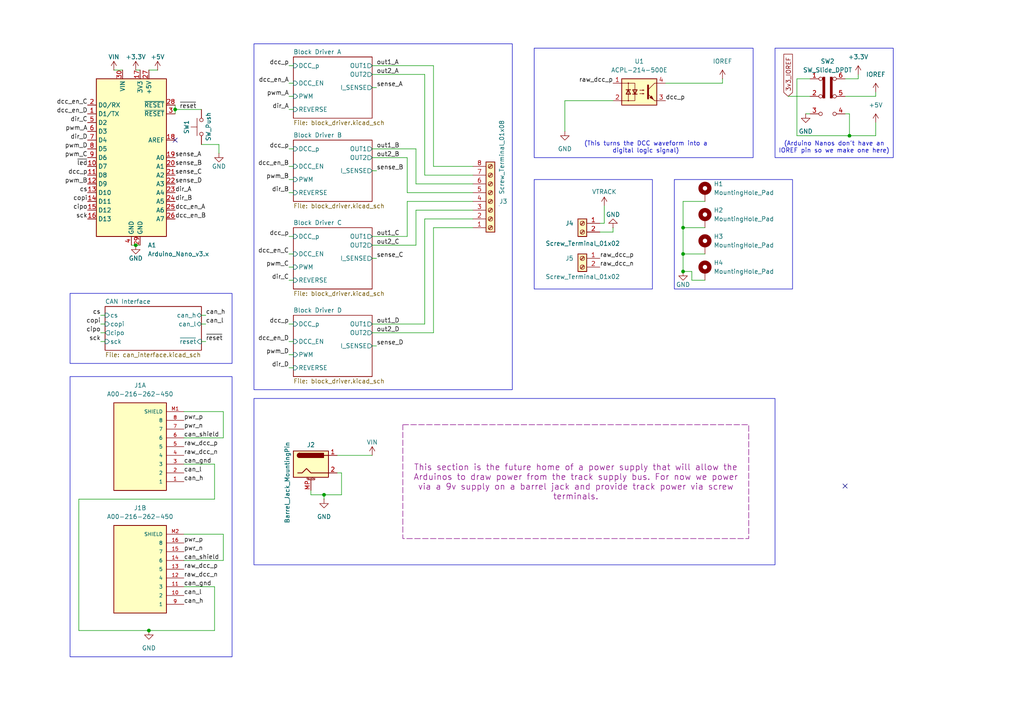
<source format=kicad_sch>
(kicad_sch (version 20231120) (generator "eeschema") (generator_version "8.0")
  (paper "A4")
  (lib_symbols
    (symbol "A00-216-262-450:A00-216-262-450" (pin_names (offset 1.016))
      (property "Reference" "J" (at -7.3764 13.481 0))
      (property "Value" "A00-216-262-450" (at -7.1139 -14.7359 0))
      (symbol "A00-216-262-450_1_0"
        (rectangle (start -7.62 -12.7) (end 7.62 12.7) (stroke (width 0.254)) (fill (type background)))
        (pin passive line (at -12.7 10.16 0) (length 5.08) (name "1") (number "1"))
        (pin passive line (at -12.7 7.62 0) (length 5.08) (name "2") (number "2"))
        (pin passive line (at -12.7 5.08 0) (length 5.08) (name "3") (number "3"))
        (pin passive line (at -12.7 2.54 0) (length 5.08) (name "4") (number "4"))
        (pin passive line (at -12.7 0 0) (length 5.08) (name "5") (number "5"))
        (pin passive line (at -12.7 -2.54 0) (length 5.08) (name "6") (number "6"))
        (pin passive line (at -12.7 -5.08 0) (length 5.08) (name "7") (number "7"))
        (pin passive line (at -12.7 -7.62 0) (length 5.08) (name "8") (number "8"))
        (pin passive line (at -12.7 -10.16 0) (length 5.08) (name "SHIELD") (number "M1"))
      )
      (symbol "A00-216-262-450_2_0"
        (rectangle (start -7.62 -12.7) (end 7.62 12.7) (stroke (width 0.254)) (fill (type background)))
        (pin passive line (at -12.7 7.62 0) (length 5.08) (name "2") (number "10"))
        (pin passive line (at -12.7 5.08 0) (length 5.08) (name "3") (number "11"))
        (pin passive line (at -12.7 2.54 0) (length 5.08) (name "4") (number "12"))
        (pin passive line (at -12.7 0 0) (length 5.08) (name "5") (number "13"))
        (pin passive line (at -12.7 -2.54 0) (length 5.08) (name "6") (number "14"))
        (pin passive line (at -12.7 -5.08 0) (length 5.08) (name "7") (number "15"))
        (pin passive line (at -12.7 -7.62 0) (length 5.08) (name "8") (number "16"))
        (pin passive line (at -12.7 10.16 0) (length 5.08) (name "1") (number "9"))
        (pin passive line (at -12.7 -10.16 0) (length 5.08) (name "SHIELD") (number "M2"))
      )
    )
    (symbol "Connector:Barrel_Jack_MountingPin" (pin_names hide)
      (property "Reference" "J" (at 0 5.334 0))
      (property "Value" "Barrel_Jack_MountingPin" (at 1.27 -6.35 0))
      (symbol "Barrel_Jack_MountingPin_0_1"
        (rectangle (start -5.08 3.81) (end 5.08 -3.81) (stroke (width 0.254)) (fill (type background)))
        (arc (start -3.302 3.175) (mid -3.9343 2.54) (end -3.302 1.905) (stroke (width 0.254)))
        (arc (start -3.302 3.175) (mid -3.9343 2.54) (end -3.302 1.905) (stroke (width 0.254)) (fill (type outline)))
        (polyline (pts (xy 5.08 2.54) (xy 3.81 2.54)) (stroke (width 0.254)))
        (polyline (pts (xy -3.81 -2.54) (xy -2.54 -2.54) (xy -1.27 -1.27) (xy 0 -2.54) (xy 2.54 -2.54) (xy 5.08 -2.54)) (stroke (width 0.254)))
        (rectangle (start 3.683 3.175) (end -3.302 1.905) (stroke (width 0.254)) (fill (type outline)))
      )
      (symbol "Barrel_Jack_MountingPin_1_1"
        (polyline (pts (xy -1.016 -4.572) (xy 1.016 -4.572)) (stroke (width 0.1524)))
        (text "Mounting" (at 0 -4.191 0) (effects (font (size 0.381 0.381))))
        (pin passive line (at 7.62 2.54 180) (length 2.54) (name "~") (number "1"))
        (pin passive line (at 7.62 -2.54 180) (length 2.54) (name "~") (number "2"))
        (pin passive line (at 0 -7.62 90) (length 3.048) (name "MountPin") (number "MP"))
      )
    )
    (symbol "Connector:Screw_Terminal_01x02" (pin_names (offset 1.016) hide)
      (property "Reference" "J" (at 0 2.54 0))
      (property "Value" "Screw_Terminal_01x02" (at 0 -5.08 0))
      (symbol "Screw_Terminal_01x02_1_1"
        (rectangle (start -1.27 1.27) (end 1.27 -3.81) (stroke (width 0.254)) (fill (type background)))
        (circle (center 0 -2.54) (radius 0.635) (stroke (width 0.1524)))
        (polyline (pts (xy -0.5334 -2.2098) (xy 0.3302 -3.048)) (stroke (width 0.1524)))
        (polyline (pts (xy -0.5334 0.3302) (xy 0.3302 -0.508)) (stroke (width 0.1524)))
        (polyline (pts (xy -0.3556 -2.032) (xy 0.508 -2.8702)) (stroke (width 0.1524)))
        (polyline (pts (xy -0.3556 0.508) (xy 0.508 -0.3302)) (stroke (width 0.1524)))
        (circle (center 0 0) (radius 0.635) (stroke (width 0.1524)))
        (pin passive line (at -5.08 0 0) (length 3.81) (name "Pin_1") (number "1"))
        (pin passive line (at -5.08 -2.54 0) (length 3.81) (name "Pin_2") (number "2"))
      )
    )
    (symbol "Connector:Screw_Terminal_01x08" (pin_names (offset 1.016) hide)
      (property "Reference" "J" (at 0 10.16 0))
      (property "Value" "Screw_Terminal_01x08" (at 0 -12.7 0))
      (symbol "Screw_Terminal_01x08_1_1"
        (rectangle (start -1.27 8.89) (end 1.27 -11.43) (stroke (width 0.254)) (fill (type background)))
        (circle (center 0 -10.16) (radius 0.635) (stroke (width 0.1524)))
        (circle (center 0 -7.62) (radius 0.635) (stroke (width 0.1524)))
        (circle (center 0 -5.08) (radius 0.635) (stroke (width 0.1524)))
        (circle (center 0 -2.54) (radius 0.635) (stroke (width 0.1524)))
        (polyline (pts (xy -0.5334 -9.8298) (xy 0.3302 -10.668)) (stroke (width 0.1524)))
        (polyline (pts (xy -0.5334 -7.2898) (xy 0.3302 -8.128)) (stroke (width 0.1524)))
        (polyline (pts (xy -0.5334 -4.7498) (xy 0.3302 -5.588)) (stroke (width 0.1524)))
        (polyline (pts (xy -0.5334 -2.2098) (xy 0.3302 -3.048)) (stroke (width 0.1524)))
        (polyline (pts (xy -0.5334 0.3302) (xy 0.3302 -0.508)) (stroke (width 0.1524)))
        (polyline (pts (xy -0.5334 2.8702) (xy 0.3302 2.032)) (stroke (width 0.1524)))
        (polyline (pts (xy -0.5334 5.4102) (xy 0.3302 4.572)) (stroke (width 0.1524)))
        (polyline (pts (xy -0.5334 7.9502) (xy 0.3302 7.112)) (stroke (width 0.1524)))
        (polyline (pts (xy -0.3556 -9.652) (xy 0.508 -10.4902)) (stroke (width 0.1524)))
        (polyline (pts (xy -0.3556 -7.112) (xy 0.508 -7.9502)) (stroke (width 0.1524)))
        (polyline (pts (xy -0.3556 -4.572) (xy 0.508 -5.4102)) (stroke (width 0.1524)))
        (polyline (pts (xy -0.3556 -2.032) (xy 0.508 -2.8702)) (stroke (width 0.1524)))
        (polyline (pts (xy -0.3556 0.508) (xy 0.508 -0.3302)) (stroke (width 0.1524)))
        (polyline (pts (xy -0.3556 3.048) (xy 0.508 2.2098)) (stroke (width 0.1524)))
        (polyline (pts (xy -0.3556 5.588) (xy 0.508 4.7498)) (stroke (width 0.1524)))
        (polyline (pts (xy -0.3556 8.128) (xy 0.508 7.2898)) (stroke (width 0.1524)))
        (circle (center 0 0) (radius 0.635) (stroke (width 0.1524)))
        (circle (center 0 2.54) (radius 0.635) (stroke (width 0.1524)))
        (circle (center 0 5.08) (radius 0.635) (stroke (width 0.1524)))
        (circle (center 0 7.62) (radius 0.635) (stroke (width 0.1524)))
        (pin passive line (at -5.08 7.62 0) (length 3.81) (name "Pin_1") (number "1"))
        (pin passive line (at -5.08 5.08 0) (length 3.81) (name "Pin_2") (number "2"))
        (pin passive line (at -5.08 2.54 0) (length 3.81) (name "Pin_3") (number "3"))
        (pin passive line (at -5.08 0 0) (length 3.81) (name "Pin_4") (number "4"))
        (pin passive line (at -5.08 -2.54 0) (length 3.81) (name "Pin_5") (number "5"))
        (pin passive line (at -5.08 -5.08 0) (length 3.81) (name "Pin_6") (number "6"))
        (pin passive line (at -5.08 -7.62 0) (length 3.81) (name "Pin_7") (number "7"))
        (pin passive line (at -5.08 -10.16 0) (length 3.81) (name "Pin_8") (number "8"))
      )
    )
    (symbol "Isolator:ACPL-214-500E" (pin_names (offset 1.016))
      (property "Reference" "U" (at -5.08 5.08 0))
      (property "Value" "ACPL-214-500E" (at 0 5.08 0))
      (symbol "ACPL-214-500E_0_1"
        (rectangle (start -5.08 3.81) (end 5.08 -3.81) (stroke (width 0.254)) (fill (type background)))
        (circle (center -3.175 -2.54) (radius 0.127))
        (circle (center -3.175 2.54) (radius 0.127))
        (polyline (pts (xy -3.81 0.635) (xy -2.54 0.635)) (stroke (width 0.254)))
        (polyline (pts (xy -3.175 -0.635) (xy -3.175 -2.54)))
        (polyline (pts (xy -3.175 -0.635) (xy -3.175 2.54)))
        (polyline (pts (xy -1.905 -0.635) (xy -0.635 -0.635)) (stroke (width 0.254)))
        (polyline (pts (xy 2.54 0.635) (xy 4.445 2.54)))
        (polyline (pts (xy 4.445 -2.54) (xy 2.54 -0.635)) (fill (type outline)))
        (polyline (pts (xy 4.445 -2.54) (xy 5.08 -2.54)))
        (polyline (pts (xy 4.445 2.54) (xy 5.08 2.54)))
        (polyline (pts (xy -5.08 2.54) (xy -1.27 2.54) (xy -1.27 -0.635)))
        (polyline (pts (xy -1.27 -0.635) (xy -1.27 -2.54) (xy -5.08 -2.54)))
        (polyline (pts (xy 2.54 1.905) (xy 2.54 -1.905) (xy 2.54 -1.905)) (stroke (width 0.508)))
        (polyline (pts (xy -3.175 0.635) (xy -3.81 -0.635) (xy -2.54 -0.635) (xy -3.175 0.635)) (stroke (width 0.254)))
        (polyline (pts (xy -1.27 -0.635) (xy -1.905 0.635) (xy -0.635 0.635) (xy -1.27 -0.635)) (stroke (width 0.254)))
        (polyline (pts (xy 0.127 -0.508) (xy 1.397 -0.508) (xy 1.016 -0.635) (xy 1.016 -0.381) (xy 1.397 -0.508)))
        (polyline (pts (xy 0.127 0.508) (xy 1.397 0.508) (xy 1.016 0.381) (xy 1.016 0.635) (xy 1.397 0.508)))
        (polyline (pts (xy 3.048 -1.651) (xy 3.556 -1.143) (xy 4.064 -2.159) (xy 3.048 -1.651) (xy 3.048 -1.651)) (fill (type outline)))
      )
      (symbol "ACPL-214-500E_1_1"
        (pin passive line (at -7.62 2.54 0) (length 2.54) (name "~") (number "1"))
        (pin passive line (at -7.62 -2.54 0) (length 2.54) (name "~") (number "2"))
        (pin passive line (at 7.62 -2.54 180) (length 2.54) (name "~") (number "3"))
        (pin passive line (at 7.62 2.54 180) (length 2.54) (name "~") (number "4"))
      )
    )
    (symbol "MCU_Module:Arduino_Nano_v3.x"
      (property "Reference" "A" (at -10.16 23.495 0))
      (property "Value" "Arduino_Nano_v3.x" (at 5.08 -24.13 0))
      (symbol "Arduino_Nano_v3.x_0_1"
        (rectangle (start -10.16 22.86) (end 10.16 -22.86) (stroke (width 0.254)) (fill (type background)))
      )
      (symbol "Arduino_Nano_v3.x_1_1"
        (pin bidirectional line (at -12.7 12.7 0) (length 2.54) (name "D1/TX") (number "1"))
        (pin bidirectional line (at -12.7 -2.54 0) (length 2.54) (name "D7") (number "10"))
        (pin bidirectional line (at -12.7 -5.08 0) (length 2.54) (name "D8") (number "11"))
        (pin bidirectional line (at -12.7 -7.62 0) (length 2.54) (name "D9") (number "12"))
        (pin bidirectional line (at -12.7 -10.16 0) (length 2.54) (name "D10") (number "13"))
        (pin bidirectional line (at -12.7 -12.7 0) (length 2.54) (name "D11") (number "14"))
        (pin bidirectional line (at -12.7 -15.24 0) (length 2.54) (name "D12") (number "15"))
        (pin bidirectional line (at -12.7 -17.78 0) (length 2.54) (name "D13") (number "16"))
        (pin power_out line (at 2.54 25.4 270) (length 2.54) (name "3V3") (number "17"))
        (pin input line (at 12.7 5.08 180) (length 2.54) (name "AREF") (number "18"))
        (pin bidirectional line (at 12.7 0 180) (length 2.54) (name "A0") (number "19"))
        (pin bidirectional line (at -12.7 15.24 0) (length 2.54) (name "D0/RX") (number "2"))
        (pin bidirectional line (at 12.7 -2.54 180) (length 2.54) (name "A1") (number "20"))
        (pin bidirectional line (at 12.7 -5.08 180) (length 2.54) (name "A2") (number "21"))
        (pin bidirectional line (at 12.7 -7.62 180) (length 2.54) (name "A3") (number "22"))
        (pin bidirectional line (at 12.7 -10.16 180) (length 2.54) (name "A4") (number "23"))
        (pin bidirectional line (at 12.7 -12.7 180) (length 2.54) (name "A5") (number "24"))
        (pin bidirectional line (at 12.7 -15.24 180) (length 2.54) (name "A6") (number "25"))
        (pin bidirectional line (at 12.7 -17.78 180) (length 2.54) (name "A7") (number "26"))
        (pin power_out line (at 5.08 25.4 270) (length 2.54) (name "+5V") (number "27"))
        (pin input line (at 12.7 15.24 180) (length 2.54) (name "~{RESET}") (number "28"))
        (pin power_in line (at 2.54 -25.4 90) (length 2.54) (name "GND") (number "29"))
        (pin input line (at 12.7 12.7 180) (length 2.54) (name "~{RESET}") (number "3"))
        (pin power_in line (at -2.54 25.4 270) (length 2.54) (name "VIN") (number "30"))
        (pin power_in line (at 0 -25.4 90) (length 2.54) (name "GND") (number "4"))
        (pin bidirectional line (at -12.7 10.16 0) (length 2.54) (name "D2") (number "5"))
        (pin bidirectional line (at -12.7 7.62 0) (length 2.54) (name "D3") (number "6"))
        (pin bidirectional line (at -12.7 5.08 0) (length 2.54) (name "D4") (number "7"))
        (pin bidirectional line (at -12.7 2.54 0) (length 2.54) (name "D5") (number "8"))
        (pin bidirectional line (at -12.7 0 0) (length 2.54) (name "D6") (number "9"))
      )
    )
    (symbol "Mechanical:MountingHole_Pad" (pin_numbers hide) (pin_names (offset 1.016) hide) (exclude_from_sim yes) (in_bom no)
      (property "Reference" "H" (at 0 6.35 0))
      (property "Value" "MountingHole_Pad" (at 0 4.445 0))
      (symbol "MountingHole_Pad_0_1"
        (circle (center 0 1.27) (radius 1.27) (stroke (width 1.27)))
      )
      (symbol "MountingHole_Pad_1_1"
        (pin input line (at 0 -2.54 90) (length 2.54) (name "1") (number "1"))
      )
    )
    (symbol "Switch:SW_Push" (pin_numbers hide) (pin_names (offset 1.016) hide)
      (property "Reference" "SW" (at 1.27 2.54 0))
      (property "Value" "SW_Push" (at 0 -1.524 0))
      (symbol "SW_Push_0_1"
        (circle (center -2.032 0) (radius 0.508))
        (polyline (pts (xy 0 1.27) (xy 0 3.048)))
        (polyline (pts (xy 2.54 1.27) (xy -2.54 1.27)))
        (circle (center 2.032 0) (radius 0.508))
        (pin passive line (at -5.08 0 0) (length 2.54) (name "1") (number "1"))
        (pin passive line (at 5.08 0 180) (length 2.54) (name "2") (number "2"))
      )
    )
    (symbol "Switch:SW_Slide_DPDT" (pin_names (offset 0) hide)
      (property "Reference" "SW" (at 0 6.858 0))
      (property "Value" "SW_Slide_DPDT" (at 0 -8.128 0))
      (symbol "SW_Slide_DPDT_0_0"
        (circle (center -2.032 -5.08) (radius 0.508))
        (circle (center -2.032 5.08) (radius 0.508))
        (circle (center 2.032 -5.08) (radius 0.508))
        (circle (center 2.032 0) (radius 0.508))
      )
      (symbol "SW_Slide_DPDT_0_1"
        (circle (center -2.032 0) (radius 0.508))
        (circle (center 2.032 5.08) (radius 0.508))
      )
      (symbol "SW_Slide_DPDT_1_1"
        (rectangle (start -1.397 5.588) (end -0.762 -0.508) (fill (type outline)))
        (rectangle (start 0.762 5.588) (end 1.397 -0.508) (fill (type outline)))
        (pin passive line (at -5.08 5.08 0) (length 2.54) (name "A") (number "1"))
        (pin passive line (at -5.08 0 0) (length 2.54) (name "B") (number "2"))
        (pin passive line (at -5.08 -5.08 0) (length 2.54) (name "C") (number "3"))
        (pin passive line (at 5.08 -5.08 180) (length 2.54) (name "A") (number "4"))
        (pin passive line (at 5.08 0 180) (length 2.54) (name "B") (number "5"))
        (pin passive line (at 5.08 5.08 180) (length 2.54) (name "C") (number "6"))
      )
    )
    (symbol "power:+3.3V" (power) (pin_numbers hide) (pin_names (offset 0) hide)
      (property "Value" "+3.3V" (at 0 3.556 0))
      (symbol "+3.3V_0_1"
        (polyline (pts (xy -0.762 1.27) (xy 0 2.54)))
        (polyline (pts (xy 0 0) (xy 0 2.54)))
        (polyline (pts (xy 0 2.54) (xy 0.762 1.27)))
      )
      (symbol "+3.3V_1_1"
        (pin power_in line (at 0 0 90) (length 0) (name "~") (number "1"))
      )
    )
    (symbol "power:+5V" (power) (pin_numbers hide) (pin_names (offset 0) hide)
      (property "Value" "+5V" (at 0 3.556 0))
      (symbol "+5V_0_1"
        (polyline (pts (xy -0.762 1.27) (xy 0 2.54)))
        (polyline (pts (xy 0 0) (xy 0 2.54)))
        (polyline (pts (xy 0 2.54) (xy 0.762 1.27)))
      )
      (symbol "+5V_1_1"
        (pin power_in line (at 0 0 90) (length 0) (name "~") (number "1"))
      )
    )
    (symbol "power:GND" (power) (pin_numbers hide) (pin_names (offset 0) hide)
      (property "Value" "GND" (at 0 -3.81 0))
      (symbol "GND_0_1"
        (polyline (pts (xy 0 0) (xy 0 -1.27) (xy 1.27 -1.27) (xy 0 -2.54) (xy -1.27 -1.27) (xy 0 -1.27)))
      )
      (symbol "GND_1_1"
        (pin power_in line (at 0 0 270) (length 0) (name "~") (number "1"))
      )
    )
  )
  (junction (at 198.12 66.04))
  (junction (at 50.8 31.75))
  (junction (at 198.12 78.74))
  (junction (at 246.38 39.37))
  (junction (at 43.18 182.88))
  (junction (at 93.98 143.51))
  (junction (at 198.12 73.66))
  (junction (at 39.37 71.12))
  (no_connect (at 50.8 40.64))
  (no_connect (at 245.11 140.97))
  (wire (pts (xy 125.73 66.04) (xy 137.16 66.04)))
  (wire (pts (xy 64.77 127) (xy 64.77 119.38)))
  (wire (pts (xy 50.8 31.75) (xy 58.42 31.75)))
  (wire (pts (xy 123.19 21.59) (xy 123.19 50.8)))
  (wire (pts (xy 231.14 22.86) (xy 231.14 39.37)))
  (wire (pts (xy 175.26 59.69) (xy 175.26 64.77)))
  (wire (pts (xy 200.66 81.28) (xy 200.66 78.74)))
  (wire (pts (xy 107.95 93.98) (xy 123.19 93.98)))
  (wire (pts (xy 125.73 19.05) (xy 125.73 48.26)))
  (wire (pts (xy 231.14 39.37) (xy 246.38 39.37)))
  (wire (pts (xy 64.77 119.38) (xy 53.34 119.38)))
  (wire (pts (xy 97.79 132.08) (xy 107.95 132.08)))
  (wire (pts (xy 29.21 91.44) (xy 30.48 91.44)))
  (wire (pts (xy 120.65 43.18) (xy 120.65 53.34)))
  (wire (pts (xy 83.82 99.06) (xy 85.09 99.06)))
  (wire (pts (xy 99.06 137.16) (xy 97.79 137.16)))
  (wire (pts (xy 58.42 91.44) (xy 59.69 91.44)))
  (wire (pts (xy 43.18 182.88) (xy 62.23 182.88)))
  (wire (pts (xy 107.95 71.12) (xy 120.65 71.12)))
  (wire (pts (xy 93.98 143.51) (xy 90.17 143.51)))
  (wire (pts (xy 83.82 48.26) (xy 85.09 48.26)))
  (wire (pts (xy 246.38 33.02) (xy 245.11 33.02)))
  (wire (pts (xy 83.82 31.75) (xy 85.09 31.75)))
  (wire (pts (xy 198.12 66.04) (xy 198.12 73.66)))
  (wire (pts (xy 125.73 96.52) (xy 125.73 66.04)))
  (wire (pts (xy 29.21 99.06) (xy 30.48 99.06)))
  (wire (pts (xy 107.95 96.52) (xy 125.73 96.52)))
  (wire (pts (xy 50.8 30.48) (xy 50.8 31.75)))
  (wire (pts (xy 63.5 41.91) (xy 63.5 44.45)))
  (wire (pts (xy 120.65 60.96) (xy 137.16 60.96)))
  (wire (pts (xy 83.82 27.94) (xy 85.09 27.94)))
  (wire (pts (xy 120.65 53.34) (xy 137.16 53.34)))
  (wire (pts (xy 83.82 106.68) (xy 85.09 106.68)))
  (wire (pts (xy 163.83 29.21) (xy 177.8 29.21)))
  (wire (pts (xy 53.34 162.56) (xy 64.77 162.56)))
  (wire (pts (xy 29.21 96.52) (xy 30.48 96.52)))
  (wire (pts (xy 163.83 29.21) (xy 163.83 38.1)))
  (wire (pts (xy 254 26.67) (xy 254 27.94)))
  (wire (pts (xy 118.11 58.42) (xy 137.16 58.42)))
  (wire (pts (xy 39.37 71.12) (xy 40.64 71.12)))
  (wire (pts (xy 123.19 50.8) (xy 137.16 50.8)))
  (wire (pts (xy 107.95 25.4) (xy 109.22 25.4)))
  (wire (pts (xy 248.92 21.59) (xy 248.92 22.86)))
  (wire (pts (xy 246.38 39.37) (xy 254 39.37)))
  (wire (pts (xy 99.06 137.16) (xy 99.06 143.51)))
  (wire (pts (xy 228.6 27.94) (xy 234.95 27.94)))
  (wire (pts (xy 83.82 24.13) (xy 85.09 24.13)))
  (wire (pts (xy 209.55 24.13) (xy 209.55 22.86)))
  (wire (pts (xy 198.12 73.66) (xy 204.47 73.66)))
  (wire (pts (xy 58.42 99.06) (xy 59.69 99.06)))
  (wire (pts (xy 125.73 48.26) (xy 137.16 48.26)))
  (wire (pts (xy 107.95 68.58) (xy 118.11 68.58)))
  (wire (pts (xy 200.66 78.74) (xy 198.12 78.74)))
  (wire (pts (xy 62.23 182.88) (xy 62.23 170.18)))
  (wire (pts (xy 123.19 63.5) (xy 137.16 63.5)))
  (wire (pts (xy 99.06 143.51) (xy 93.98 143.51)))
  (wire (pts (xy 83.82 93.98) (xy 85.09 93.98)))
  (wire (pts (xy 198.12 73.66) (xy 198.12 78.74)))
  (wire (pts (xy 63.5 41.91) (xy 58.42 41.91)))
  (wire (pts (xy 107.95 100.33) (xy 109.22 100.33)))
  (wire (pts (xy 39.37 20.32) (xy 40.64 20.32)))
  (wire (pts (xy 22.86 144.78) (xy 62.23 144.78)))
  (wire (pts (xy 231.14 22.86) (xy 234.95 22.86)))
  (wire (pts (xy 193.04 24.13) (xy 209.55 24.13)))
  (wire (pts (xy 198.12 66.04) (xy 204.47 66.04)))
  (wire (pts (xy 173.99 67.31) (xy 177.8 67.31)))
  (wire (pts (xy 93.98 144.78) (xy 93.98 143.51)))
  (wire (pts (xy 118.11 68.58) (xy 118.11 58.42)))
  (wire (pts (xy 83.82 81.28) (xy 85.09 81.28)))
  (wire (pts (xy 83.82 77.47) (xy 85.09 77.47)))
  (wire (pts (xy 107.95 74.93) (xy 109.22 74.93)))
  (wire (pts (xy 83.82 55.88) (xy 85.09 55.88)))
  (wire (pts (xy 83.82 19.05) (xy 85.09 19.05)))
  (wire (pts (xy 118.11 55.88) (xy 118.11 45.72)))
  (wire (pts (xy 83.82 102.87) (xy 85.09 102.87)))
  (wire (pts (xy 83.82 52.07) (xy 85.09 52.07)))
  (wire (pts (xy 62.23 170.18) (xy 53.34 170.18)))
  (wire (pts (xy 64.77 154.94) (xy 64.77 162.56)))
  (wire (pts (xy 118.11 45.72) (xy 107.95 45.72)))
  (wire (pts (xy 107.95 19.05) (xy 125.73 19.05)))
  (wire (pts (xy 50.8 31.75) (xy 50.8 33.02)))
  (wire (pts (xy 83.82 68.58) (xy 85.09 68.58)))
  (wire (pts (xy 120.65 71.12) (xy 120.65 60.96)))
  (wire (pts (xy 58.42 93.98) (xy 59.69 93.98)))
  (wire (pts (xy 22.86 182.88) (xy 43.18 182.88)))
  (wire (pts (xy 177.8 66.04) (xy 177.8 67.31)))
  (wire (pts (xy 198.12 58.42) (xy 198.12 66.04)))
  (wire (pts (xy 29.21 93.98) (xy 30.48 93.98)))
  (wire (pts (xy 123.19 93.98) (xy 123.19 63.5)))
  (wire (pts (xy 53.34 154.94) (xy 64.77 154.94)))
  (wire (pts (xy 53.34 127) (xy 64.77 127)))
  (wire (pts (xy 204.47 81.28) (xy 200.66 81.28)))
  (wire (pts (xy 83.82 73.66) (xy 85.09 73.66)))
  (wire (pts (xy 233.68 33.02) (xy 234.95 33.02)))
  (wire (pts (xy 107.95 49.53) (xy 109.22 49.53)))
  (wire (pts (xy 38.1 71.12) (xy 39.37 71.12)))
  (wire (pts (xy 53.34 134.62) (xy 62.23 134.62)))
  (wire (pts (xy 137.16 55.88) (xy 118.11 55.88)))
  (wire (pts (xy 83.82 43.18) (xy 85.09 43.18)))
  (wire (pts (xy 254 39.37) (xy 254 35.56)))
  (wire (pts (xy 35.56 20.32) (xy 33.02 20.32)))
  (wire (pts (xy 107.95 21.59) (xy 123.19 21.59)))
  (wire (pts (xy 107.95 43.18) (xy 120.65 43.18)))
  (wire (pts (xy 254 27.94) (xy 245.11 27.94)))
  (wire (pts (xy 22.86 144.78) (xy 22.86 182.88)))
  (wire (pts (xy 246.38 33.02) (xy 246.38 39.37)))
  (wire (pts (xy 248.92 22.86) (xy 245.11 22.86)))
  (wire (pts (xy 204.47 58.42) (xy 198.12 58.42)))
  (wire (pts (xy 90.17 143.51) (xy 90.17 142.24)))
  (wire (pts (xy 45.72 20.32) (xy 43.18 20.32)))
  (wire (pts (xy 173.99 64.77) (xy 175.26 64.77)))
  (wire (pts (xy 62.23 134.62) (xy 62.23 144.78)))
  (rectangle (start 73.66 115.57) (end 224.79 163.83))
  (rectangle (start 154.94 52.07) (end 189.23 83.82))
  (rectangle (start 224.79 13.97) (end 259.08 45.72))
  (rectangle (start 195.58 52.07) (end 229.87 83.82))
  (rectangle (start 20.32 85.09) (end 67.31 105.41))
  (rectangle (start 73.66 12.7) (end 148.59 113.03))
  (rectangle (start 20.32 109.22) (end 67.31 190.5))
  (rectangle (start 154.94 13.97) (end 218.44 45.72))
  (rectangle (start 144.78 59.69) (end 144.78 59.69))
  (text_box "(Arduino Nanos don't have an IOREF pin so we make one here)" (at 224.79 39.37 0) (size 34.29 6.35) (stroke (width -0.0001)) (effects (font (size 1.27 1.27))))
  (text_box "(This turns the DCC waveform into a digital logic signal)" (at 167.64 39.37 0) (size 39.37 6.35) (stroke (width -0.0001)) (effects (font (size 1.27 1.27))))
  (text_box "This section is the future home of a power supply that will allow the Arduinos to draw power from the track supply bus. For now we power via a 9v supply on a barrel jack and provide track power via screw terminals." (at 116.84 123.19 0) (size 100.33 33.02) (stroke (width 0) (type dash) (color 132 0 132 1)) (effects (font (size 1.75 1.75))))
  (label "sense_A" (at 50.8 45.72 0))
  (label "can_gnd" (at 53.34 170.18 0))
  (label "raw_dcc_n" (at 53.34 167.64 0))
  (label "dcc_en_D" (at 83.82 99.06 180))
  (label "can_l" (at 59.69 93.98 0))
  (label "sense_D" (at 109.22 100.33 0))
  (label "sense_D" (at 50.8 53.34 0))
  (label "dcc_en_C" (at 25.4 30.48 180))
  (label "can_l" (at 53.34 137.16 0))
  (label "pwr_n" (at 53.34 124.46 0))
  (label "out1_A" (at 109.22 19.05 0))
  (label "sck" (at 29.21 99.06 180))
  (label "dcc_en_C" (at 83.82 73.66 180))
  (label "sense_B" (at 109.22 49.53 0))
  (label "dcc_p" (at 83.82 93.98 180))
  (label "cs" (at 29.21 91.44 180))
  (label "out2_D" (at 109.22 96.52 0))
  (label "dir_C" (at 25.4 35.56 180))
  (label "dir_A" (at 50.8 55.88 0))
  (label "dcc_p" (at 83.82 68.58 180))
  (label "dcc_en_A" (at 50.8 60.96 0))
  (label "pwm_A" (at 83.82 27.94 180))
  (label "sense_C" (at 109.22 74.93 0))
  (label "dcc_en_B" (at 83.82 48.26 180))
  (label "pwr_p" (at 53.34 121.92 0))
  (label "raw_dcc_n" (at 53.34 132.08 0))
  (label "raw_dcc_n" (at 173.99 77.47 0))
  (label "raw_dcc_p" (at 53.34 129.54 0))
  (label "raw_dcc_p" (at 177.8 24.13 180))
  (label "can_l" (at 53.34 172.72 0))
  (label "sense_B" (at 50.8 48.26 0))
  (label "cipo" (at 29.21 96.52 180))
  (label "dcc_p" (at 25.4 50.8 180))
  (label "out2_C" (at 109.22 71.12 0))
  (label "out1_C" (at 109.22 68.58 0))
  (label "out2_B" (at 109.22 45.72 0))
  (label "raw_dcc_p" (at 53.34 165.1 0))
  (label "dcc_p" (at 83.82 19.05 180))
  (label "sense_A" (at 109.22 25.4 0))
  (label "dcc_p" (at 83.82 43.18 180))
  (label "copi" (at 29.21 93.98 180))
  (label "pwm_B" (at 25.4 53.34 180))
  (label "dcc_en_A" (at 83.82 24.13 180))
  (label "can_shield" (at 53.34 127 0))
  (label "pwm_C" (at 25.4 45.72 180))
  (label "can_h" (at 59.69 91.44 0))
  (label "copi" (at 25.4 58.42 180))
  (label "pwm_D" (at 83.82 102.87 180))
  (label "can_h" (at 53.34 175.26 0))
  (label "out1_D" (at 109.22 93.98 0))
  (label "dir_B" (at 50.8 58.42 0))
  (label "~{led}" (at 25.4 48.26 180))
  (label "dcc_en_B" (at 50.8 63.5 0))
  (label "sck" (at 25.4 63.5 180))
  (label "pwm_D" (at 25.4 43.18 180))
  (label "cs" (at 25.4 55.88 180))
  (label "dcc_en_D" (at 25.4 33.02 180))
  (label "pwr_p" (at 53.34 157.48 0))
  (label "cipo" (at 25.4 60.96 180))
  (label "pwm_C" (at 83.82 77.47 180))
  (label "can_shield" (at 53.34 162.56 0))
  (label "dcc_p" (at 193.04 29.21 0))
  (label "pwr_n" (at 53.34 160.02 0))
  (label "dir_C" (at 83.82 81.28 180))
  (label "dir_B" (at 83.82 55.88 180))
  (label "pwm_B" (at 83.82 52.07 180))
  (label "raw_dcc_p" (at 173.99 74.93 0))
  (label "out2_A" (at 109.22 21.59 0))
  (label "out1_B" (at 109.22 43.18 0))
  (label "dir_A" (at 83.82 31.75 180))
  (label "pwm_A" (at 25.4 38.1 180))
  (label "can_h" (at 53.34 139.7 0))
  (label "~{reset}" (at 59.69 99.06 0))
  (label "can_gnd" (at 53.34 134.62 0))
  (label "dir_D" (at 83.82 106.68 180))
  (label "~{reset}" (at 52.07 31.75 0))
  (label "sense_C" (at 50.8 50.8 0))
  (label "dir_D" (at 25.4 40.64 180))
  (global_label "3v3_IOREF" (shape input) (at 228.6 27.94 90) (property "Intersheetrefs" "${INTERSHEET_REFS}" (effects (hide yes))))
  (symbol (lib_id "Connector:Screw_Terminal_01x02") (at 168.91 74.93 0) (mirror y) (unit 1)
    (property "Reference" "J5" (at 166.37 74.9299 0) (effects (justify left)))
    (property "Value" "Screw_Terminal_01x02" (at 179.832 80.264 0) (effects (justify left)))
    (property "Footprint" "TerminalBlock_Phoenix:TerminalBlock_Phoenix_MKDS-1,5-2_1x02_P5.00mm_Horizontal" (effects (hide yes)))
    (property "Description" "Generic screw terminal, single row, 01x02, script generated (kicad-library-utils/schlib/autogen/connector/)" (effects (hide yes)))
  )
  (symbol (lib_id "Mechanical:MountingHole_Pad") (at 204.47 63.5 0) (unit 1) (exclude_from_sim yes) (in_bom no)
    (property "Reference" "H2" (at 207.01 60.9599 0) (effects (justify left)))
    (property "Value" "MountingHole_Pad" (at 207.01 63.4999 0) (effects (justify left)))
    (property "Footprint" "MountingHole:MountingHole_4.3mm_M4_Pad_Via" (effects (hide yes)))
    (property "Description" "Mounting Hole with connection" (effects (hide yes)))
  )
  (symbol (lib_id "power:+5V") (at 254 35.56 0) (unit 1)
    (property "Reference" "#PWR017" (effects (hide yes)))
    (property "Value" "+5V" (at 254 30.48 0))
    (property "Description" "Power symbol creates a global label with name \"+5V\"" (effects (hide yes)))
  )
  (symbol (lib_id "power:+3.3V") (at 175.26 59.69 0) (mirror y) (unit 1)
    (property "Reference" "#PWR010" (effects (hide yes)))
    (property "Value" "VTRACK" (at 175.26 55.626 0))
    (property "Description" "Power symbol creates a global label with name \"VTRACK\"" (effects (hide yes)))
  )
  (symbol (lib_id "power:+3.3V") (at 209.55 22.86 0) (unit 1)
    (property "Reference" "#PWR013" (effects (hide yes)))
    (property "Value" "IOREF" (at 209.55 17.78 0))
    (property "Description" "Power symbol creates a global label with name \"+3.3V\"" (effects (hide yes)))
  )
  (symbol (lib_id "A00-216-262-450:A00-216-262-450") (at 40.64 129.54 180) (unit 1)
    (property "Reference" "J1" (at 40.64 111.76 0))
    (property "Value" "A00-216-262-450" (at 40.64 114.3 0))
    (property "Footprint" "A00_216_262_450:EDAC_A00-216-262-450" (effects (hide yes)))
    (property "MANUFACTURER" "EDAC" (effects (hide yes)))
  )
  (symbol (lib_id "Connector:Screw_Terminal_01x02") (at 168.91 64.77 0) (mirror y) (unit 1)
    (property "Reference" "J4" (at 166.37 64.7699 0) (effects (justify left)))
    (property "Value" "Screw_Terminal_01x02" (at 179.832 70.612 0) (effects (justify left)))
    (property "Footprint" "TerminalBlock_Phoenix:TerminalBlock_Phoenix_MKDS-1,5-2_1x02_P5.00mm_Horizontal" (effects (hide yes)))
    (property "Description" "Generic screw terminal, single row, 01x02, script generated (kicad-library-utils/schlib/autogen/connector/)" (effects (hide yes)))
  )
  (symbol (lib_id "power:+3.3V") (at 107.95 132.08 0) (unit 1)
    (property "Reference" "#PWR08" (effects (hide yes)))
    (property "Value" "VIN" (at 107.95 128.27 0))
    (property "Description" "Power symbol creates a global label with name \"VIN\"" (effects (hide yes)))
  )
  (symbol (lib_id "Isolator:ACPL-214-500E") (at 185.42 26.67 0) (unit 1)
    (property "Reference" "U1" (at 185.42 17.78 0))
    (property "Value" "ACPL-214-500E" (at 185.42 20.32 0))
    (property "Footprint" "Package_SO:SOP-4_4.4x2.6mm_P1.27mm" (effects (hide yes)))
    (property "Datasheet" "https://docs.broadcom.com/doc/AV02-0469EN" (effects (hide yes)))
    (property "Description" "AC/DC Phototransistor Optocoupler, Vce 80V, CTR 20-400%, SOP-4" (effects (hide yes)))
  )
  (symbol (lib_id "power:+3.3V") (at 39.37 20.32 0) (unit 1)
    (property "Reference" "#PWR02" (effects (hide yes)))
    (property "Value" "+3.3V" (at 39.37 16.51 0))
    (property "Description" "Power symbol creates a global label with name \"+3.3V\"" (effects (hide yes)))
  )
  (symbol (lib_id "power:GND") (at 93.98 144.78 0) (unit 1)
    (property "Reference" "#PWR07" (effects (hide yes)))
    (property "Value" "GND" (at 93.98 149.86 0))
    (property "Description" "Power symbol creates a global label with name \"GND\" , ground" (effects (hide yes)))
  )
  (symbol (lib_id "power:GND") (at 39.37 71.12 0) (unit 1)
    (property "Reference" "#PWR03" (effects (hide yes)))
    (property "Value" "GND" (at 39.37 74.93 0))
    (property "Description" "Power symbol creates a global label with name \"GND\" , ground" (effects (hide yes)))
  )
  (symbol (lib_id "Mechanical:MountingHole_Pad") (at 204.47 55.88 0) (unit 1) (exclude_from_sim yes) (in_bom no)
    (property "Reference" "H1" (at 207.01 53.3399 0) (effects (justify left)))
    (property "Value" "MountingHole_Pad" (at 207.01 55.8799 0) (effects (justify left)))
    (property "Footprint" "MountingHole:MountingHole_4.3mm_M4_Pad_Via" (effects (hide yes)))
    (property "Description" "Mounting Hole with connection" (effects (hide yes)))
  )
  (symbol (lib_id "power:GND") (at 43.18 182.88 0) (unit 1)
    (property "Reference" "#PWR04" (effects (hide yes)))
    (property "Value" "GND" (at 43.18 187.96 0))
    (property "Description" "Power symbol creates a global label with name \"GND\" , ground" (effects (hide yes)))
  )
  (symbol (lib_id "power:+3.3V") (at 254 26.67 0) (unit 1)
    (property "Reference" "#PWR016" (effects (hide yes)))
    (property "Value" "IOREF" (at 254 21.59 0))
    (property "Description" "Power symbol creates a global label with name \"+3.3V\"" (effects (hide yes)))
  )
  (symbol (lib_id "power:GND") (at 177.8 66.04 180) (unit 1)
    (property "Reference" "#PWR011" (effects (hide yes)))
    (property "Value" "GND" (at 177.8 62.23 0))
    (property "Description" "Power symbol creates a global label with name \"GND\" , ground" (effects (hide yes)))
  )
  (symbol (lib_id "power:+3.3V") (at 33.02 20.32 0) (unit 1)
    (property "Reference" "#PWR01" (effects (hide yes)))
    (property "Value" "VIN" (at 33.02 16.51 0))
    (property "Description" "Power symbol creates a global label with name \"VIN\"" (effects (hide yes)))
  )
  (symbol (lib_id "power:+5V") (at 45.72 20.32 0) (unit 1)
    (property "Reference" "#PWR05" (effects (hide yes)))
    (property "Value" "+5V" (at 45.72 16.51 0))
    (property "Description" "Power symbol creates a global label with name \"+5V\"" (effects (hide yes)))
  )
  (symbol (lib_id "Switch:SW_Slide_DPDT") (at 240.03 27.94 0) (unit 1)
    (property "Reference" "SW2" (at 240.03 17.78 0))
    (property "Value" "SW_Slide_DPDT" (at 240.03 20.32 0))
    (property "Footprint" "Button_Switch_THT:SW_CK_JS202011CQN_DPDT_Straight" (effects (hide yes)))
    (property "Description" "Slide Switch, dual pole double throw" (effects (hide yes)))
  )
  (symbol (lib_id "A00-216-262-450:A00-216-262-450") (at 40.64 165.1 180) (unit 2)
    (property "Reference" "J1" (at 40.64 147.32 0))
    (property "Value" "A00-216-262-450" (at 40.64 149.86 0))
    (property "Footprint" "A00_216_262_450:EDAC_A00-216-262-450" (effects (hide yes)))
    (property "MANUFACTURER" "EDAC" (effects (hide yes)))
  )
  (symbol (lib_id "power:GND") (at 198.12 78.74 0) (unit 1)
    (property "Reference" "#PWR012" (effects (hide yes)))
    (property "Value" "GND" (at 198.12 82.55 0))
    (property "Description" "Power symbol creates a global label with name \"GND\" , ground" (effects (hide yes)))
  )
  (symbol (lib_id "power:GND") (at 163.83 38.1 0) (unit 1)
    (property "Reference" "#PWR09" (effects (hide yes)))
    (property "Value" "GND" (at 163.83 43.18 0))
    (property "Description" "Power symbol creates a global label with name \"GND\" , ground" (effects (hide yes)))
  )
  (symbol (lib_id "Mechanical:MountingHole_Pad") (at 204.47 78.74 0) (unit 1) (exclude_from_sim yes) (in_bom no)
    (property "Reference" "H4" (at 207.01 76.1999 0) (effects (justify left)))
    (property "Value" "MountingHole_Pad" (at 207.01 78.7399 0) (effects (justify left)))
    (property "Footprint" "MountingHole:MountingHole_4.3mm_M4_Pad_Via" (effects (hide yes)))
    (property "Description" "Mounting Hole with connection" (effects (hide yes)))
  )
  (symbol (lib_id "Connector:Barrel_Jack_MountingPin") (at 90.17 134.62 0) (unit 1)
    (property "Reference" "J2" (at 90.17 129.032 0))
    (property "Value" "Barrel_Jack_MountingPin" (at 83.312 139.954 90))
    (property "Footprint" "Connector_BarrelJack:BarrelJack_CUI_PJ-063AH_Horizontal" (effects (hide yes)))
    (property "Description" "DC Barrel Jack with a mounting pin" (effects (hide yes)))
  )
  (symbol (lib_id "Connector:Screw_Terminal_01x08") (at 142.24 58.42 0) (mirror x) (unit 1)
    (property "Reference" "J3" (at 144.78 58.4201 0) (effects (justify left)))
    (property "Value" "Screw_Terminal_01x08" (at 145.542 34.798 90) (effects (justify left)))
    (property "Footprint" "TerminalBlock_Phoenix:TerminalBlock_Phoenix_MKDS-1,5-8_1x08_P5.00mm_Horizontal" (effects (hide yes)))
    (property "Description" "Generic screw terminal, single row, 01x08, script generated (kicad-library-utils/schlib/autogen/connector/)" (effects (hide yes)))
  )
  (symbol (lib_id "power:+3.3V") (at 248.92 21.59 0) (unit 1)
    (property "Reference" "#PWR015" (effects (hide yes)))
    (property "Value" "+3.3V" (at 248.92 16.51 0))
    (property "Description" "Power symbol creates a global label with name \"+3.3V\"" (effects (hide yes)))
  )
  (symbol (lib_id "power:GND") (at 63.5 44.45 0) (unit 1)
    (property "Reference" "#PWR06" (effects (hide yes)))
    (property "Value" "GND" (at 63.5 48.26 0))
    (property "Description" "Power symbol creates a global label with name \"GND\" , ground" (effects (hide yes)))
  )
  (symbol (lib_id "power:GND") (at 233.68 33.02 0) (unit 1)
    (property "Reference" "#PWR014" (effects (hide yes)))
    (property "Value" "GND" (at 233.68 38.1 0))
    (property "Description" "Power symbol creates a global label with name \"GND\" , ground" (effects (hide yes)))
  )
  (symbol (lib_id "MCU_Module:Arduino_Nano_v3.x") (at 38.1 45.72 0) (unit 1)
    (property "Reference" "A1" (at 42.8341 71.12 0) (effects (justify left)))
    (property "Value" "Arduino_Nano_v3.x" (at 42.8341 73.66 0) (effects (justify left)))
    (property "Footprint" "Module:Arduino_Nano" (effects (hide yes)))
    (property "Datasheet" "http://www.mouser.com/pdfdocs/Gravitech_Arduino_Nano3_0.pdf" (effects (hide yes)))
    (property "Description" "Arduino Nano v3.x" (effects (hide yes)))
  )
  (symbol (lib_id "Switch:SW_Push") (at 58.42 36.83 90) (unit 1)
    (property "Reference" "SW1" (at 54.102 34.798 0) (effects (justify right)))
    (property "Value" "SW_Push" (at 60.452 32.512 0) (effects (justify right)))
    (property "Footprint" "Button_Switch_THT:SW_PUSH_6mm_H4.3mm" (effects (hide yes)))
    (property "Description" "Push button switch, generic, two pins" (effects (hide yes)))
  )
  (symbol (lib_id "Mechanical:MountingHole_Pad") (at 204.47 71.12 0) (unit 1) (exclude_from_sim yes) (in_bom no)
    (property "Reference" "H3" (at 207.01 68.5799 0) (effects (justify left)))
    (property "Value" "MountingHole_Pad" (at 207.01 71.1199 0) (effects (justify left)))
    (property "Footprint" "MountingHole:MountingHole_4.3mm_M4_Pad_Via" (effects (hide yes)))
    (property "Description" "Mounting Hole with connection" (effects (hide yes)))
  )
  (sheet (at 85.09 66.04) (size 22.86 17.78) (stroke (width 0.1524))
    (property "Sheetname" "Block Driver C" (at 85.09 65.3284 0) (effects (justify left bottom)))
    (property "Sheetfile" "block_driver.kicad_sch" (at 85.09 84.4046 0) (effects (justify left top)))
    (pin "OUT1" output (at 107.95 68.58 0))
    (pin "OUT2" output (at 107.95 71.12 0))
    (pin "DCC_p" input (at 85.09 68.58 180))
    (pin "REVERSE" input (at 85.09 81.28 180))
    (pin "DCC_EN" input (at 85.09 73.66 180))
    (pin "PWM" input (at 85.09 77.47 180))
    (pin "I_SENSE" output (at 107.95 74.93 0))
  )
  (sheet (at 85.09 91.44) (size 22.86 17.78) (stroke (width 0.1524))
    (property "Sheetname" "Block Driver D" (at 85.09 90.7284 0) (effects (justify left bottom)))
    (property "Sheetfile" "block_driver.kicad_sch" (at 85.09 109.8046 0) (effects (justify left top)))
    (pin "OUT1" output (at 107.95 93.98 0))
    (pin "OUT2" output (at 107.95 96.52 0))
    (pin "DCC_p" input (at 85.09 93.98 180))
    (pin "REVERSE" input (at 85.09 106.68 180))
    (pin "DCC_EN" input (at 85.09 99.06 180))
    (pin "PWM" input (at 85.09 102.87 180))
    (pin "I_SENSE" output (at 107.95 100.33 0))
  )
  (sheet (at 30.48 88.9) (size 27.94 12.7) (stroke (width 0.1524))
    (property "Sheetname" "CAN Interface" (at 30.48 88.1884 0) (effects (justify left bottom)))
    (property "Sheetfile" "can_interface.kicad_sch" (at 30.48 102.1846 0) (effects (justify left top)))
    (pin "cs" input (at 30.48 91.44 180))
    (pin "copi" input (at 30.48 93.98 180))
    (pin "sck" input (at 30.48 99.06 180))
    (pin "cipo" output (at 30.48 96.52 180))
    (pin "can_h" bidirectional (at 58.42 91.44 0))
    (pin "can_l" bidirectional (at 58.42 93.98 0))
    (pin "~{reset}" input (at 58.42 99.06 0))
  )
  (sheet (at 85.09 40.64) (size 22.86 17.78) (stroke (width 0.1524))
    (property "Sheetname" "Block Driver B" (at 85.09 39.9284 0) (effects (justify left bottom)))
    (property "Sheetfile" "block_driver.kicad_sch" (at 85.09 59.0046 0) (effects (justify left top)))
    (pin "OUT1" output (at 107.95 43.18 0))
    (pin "OUT2" output (at 107.95 45.72 0))
    (pin "DCC_p" input (at 85.09 43.18 180))
    (pin "REVERSE" input (at 85.09 55.88 180))
    (pin "DCC_EN" input (at 85.09 48.26 180))
    (pin "PWM" input (at 85.09 52.07 180))
    (pin "I_SENSE" output (at 107.95 49.53 0))
  )
  (sheet (at 85.09 16.51) (size 22.86 17.78) (stroke (width 0.1524))
    (property "Sheetname" "Block Driver A" (at 85.09 15.7984 0) (effects (justify left bottom)))
    (property "Sheetfile" "block_driver.kicad_sch" (at 85.09 34.8746 0) (effects (justify left top)))
    (pin "OUT1" output (at 107.95 19.05 0))
    (pin "OUT2" output (at 107.95 21.59 0))
    (pin "DCC_p" input (at 85.09 19.05 180))
    (pin "REVERSE" input (at 85.09 31.75 180))
    (pin "DCC_EN" input (at 85.09 24.13 180))
    (pin "PWM" input (at 85.09 27.94 180))
    (pin "I_SENSE" output (at 107.95 25.4 0))
  )
)
</source>
